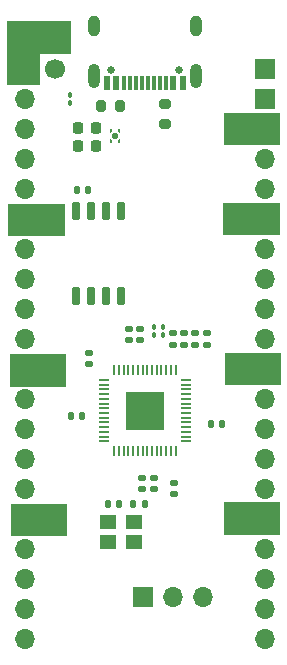
<source format=gbr>
%TF.GenerationSoftware,KiCad,Pcbnew,8.0.3*%
%TF.CreationDate,2024-07-23T22:42:35-04:00*%
%TF.ProjectId,RP2040 Custom,52503230-3430-4204-9375-73746f6d2e6b,rev?*%
%TF.SameCoordinates,Original*%
%TF.FileFunction,Soldermask,Top*%
%TF.FilePolarity,Negative*%
%FSLAX46Y46*%
G04 Gerber Fmt 4.6, Leading zero omitted, Abs format (unit mm)*
G04 Created by KiCad (PCBNEW 8.0.3) date 2024-07-23 22:42:35*
%MOMM*%
%LPD*%
G01*
G04 APERTURE LIST*
G04 Aperture macros list*
%AMRoundRect*
0 Rectangle with rounded corners*
0 $1 Rounding radius*
0 $2 $3 $4 $5 $6 $7 $8 $9 X,Y pos of 4 corners*
0 Add a 4 corners polygon primitive as box body*
4,1,4,$2,$3,$4,$5,$6,$7,$8,$9,$2,$3,0*
0 Add four circle primitives for the rounded corners*
1,1,$1+$1,$2,$3*
1,1,$1+$1,$4,$5*
1,1,$1+$1,$6,$7*
1,1,$1+$1,$8,$9*
0 Add four rect primitives between the rounded corners*
20,1,$1+$1,$2,$3,$4,$5,0*
20,1,$1+$1,$4,$5,$6,$7,0*
20,1,$1+$1,$6,$7,$8,$9,0*
20,1,$1+$1,$8,$9,$2,$3,0*%
%AMFreePoly0*
4,1,6,0.180000,0.075000,0.000000,-0.105000,-0.180000,-0.105000,-0.180000,0.105000,0.180000,0.105000,0.180000,0.075000,0.180000,0.075000,$1*%
%AMFreePoly1*
4,1,6,0.180000,-0.075000,0.180000,-0.105000,-0.180000,-0.105000,-0.180000,0.105000,0.000000,0.105000,0.180000,-0.075000,0.180000,-0.075000,$1*%
%AMFreePoly2*
4,1,6,0.180000,-0.105000,0.000000,-0.105000,-0.180000,0.075000,-0.180000,0.105000,0.180000,0.105000,0.180000,-0.105000,0.180000,-0.105000,$1*%
%AMFreePoly3*
4,1,6,0.180000,-0.105000,-0.180000,-0.105000,-0.180000,-0.075000,0.000000,0.105000,0.180000,0.105000,0.180000,-0.105000,0.180000,-0.105000,$1*%
G04 Aperture macros list end*
%ADD10C,0.100000*%
%ADD11RoundRect,0.140000X-0.170000X0.140000X-0.170000X-0.140000X0.170000X-0.140000X0.170000X0.140000X0*%
%ADD12R,1.700000X1.700000*%
%ADD13C,1.700000*%
%ADD14RoundRect,0.140000X0.170000X-0.140000X0.170000X0.140000X-0.170000X0.140000X-0.170000X-0.140000X0*%
%ADD15RoundRect,0.140000X-0.140000X-0.170000X0.140000X-0.170000X0.140000X0.170000X-0.140000X0.170000X0*%
%ADD16O,1.700000X1.700000*%
%ADD17RoundRect,0.140000X0.140000X0.170000X-0.140000X0.170000X-0.140000X-0.170000X0.140000X-0.170000X0*%
%ADD18R,1.400000X1.200000*%
%ADD19RoundRect,0.050000X-0.387500X-0.050000X0.387500X-0.050000X0.387500X0.050000X-0.387500X0.050000X0*%
%ADD20RoundRect,0.050000X-0.050000X-0.387500X0.050000X-0.387500X0.050000X0.387500X-0.050000X0.387500X0*%
%ADD21R,3.200000X3.200000*%
%ADD22RoundRect,0.100000X-0.100000X0.130000X-0.100000X-0.130000X0.100000X-0.130000X0.100000X0.130000X0*%
%ADD23RoundRect,0.225000X-0.225000X-0.250000X0.225000X-0.250000X0.225000X0.250000X-0.225000X0.250000X0*%
%ADD24RoundRect,0.200000X0.200000X0.275000X-0.200000X0.275000X-0.200000X-0.275000X0.200000X-0.275000X0*%
%ADD25FreePoly0,90.000000*%
%ADD26FreePoly1,90.000000*%
%ADD27FreePoly2,90.000000*%
%ADD28FreePoly3,90.000000*%
%ADD29RoundRect,0.120000X0.169706X0.000000X0.000000X0.169706X-0.169706X0.000000X0.000000X-0.169706X0*%
%ADD30RoundRect,0.150000X0.150000X-0.650000X0.150000X0.650000X-0.150000X0.650000X-0.150000X-0.650000X0*%
%ADD31C,0.650000*%
%ADD32R,0.600000X1.240000*%
%ADD33R,0.300000X1.240000*%
%ADD34O,1.000000X2.100000*%
%ADD35O,1.000000X1.800000*%
%ADD36RoundRect,0.200000X-0.275000X0.200000X-0.275000X-0.200000X0.275000X-0.200000X0.275000X0.200000X0*%
G04 APERTURE END LIST*
D10*
X128066800Y-44881800D02*
X130708400Y-44881800D01*
X130708400Y-49555400D01*
X128066800Y-49555400D01*
X128066800Y-44881800D01*
G36*
X128066800Y-44881800D02*
G01*
X130708400Y-44881800D01*
X130708400Y-49555400D01*
X128066800Y-49555400D01*
X128066800Y-44881800D01*
G37*
X128270000Y-72415400D02*
X132943600Y-72415400D01*
X132943600Y-75057000D01*
X128270000Y-75057000D01*
X128270000Y-72415400D01*
G36*
X128270000Y-72415400D02*
G01*
X132943600Y-72415400D01*
X132943600Y-75057000D01*
X128270000Y-75057000D01*
X128270000Y-72415400D01*
G37*
X146354800Y-59613800D02*
X151028400Y-59613800D01*
X151028400Y-62255400D01*
X146354800Y-62255400D01*
X146354800Y-59613800D01*
G36*
X146354800Y-59613800D02*
G01*
X151028400Y-59613800D01*
X151028400Y-62255400D01*
X146354800Y-62255400D01*
X146354800Y-59613800D01*
G37*
X128066800Y-44221400D02*
X133400800Y-44221400D01*
X133400800Y-46863000D01*
X128066800Y-46863000D01*
X128066800Y-44221400D01*
G36*
X128066800Y-44221400D02*
G01*
X133400800Y-44221400D01*
X133400800Y-46863000D01*
X128066800Y-46863000D01*
X128066800Y-44221400D01*
G37*
X146405600Y-84937600D02*
X151079200Y-84937600D01*
X151079200Y-87579200D01*
X146405600Y-87579200D01*
X146405600Y-84937600D01*
G36*
X146405600Y-84937600D02*
G01*
X151079200Y-84937600D01*
X151079200Y-87579200D01*
X146405600Y-87579200D01*
X146405600Y-84937600D01*
G37*
X146380200Y-51943000D02*
X151053800Y-51943000D01*
X151053800Y-54584600D01*
X146380200Y-54584600D01*
X146380200Y-51943000D01*
G36*
X146380200Y-51943000D02*
G01*
X151053800Y-51943000D01*
X151053800Y-54584600D01*
X146380200Y-54584600D01*
X146380200Y-51943000D01*
G37*
X128143000Y-59690000D02*
X132816600Y-59690000D01*
X132816600Y-62331600D01*
X128143000Y-62331600D01*
X128143000Y-59690000D01*
G36*
X128143000Y-59690000D02*
G01*
X132816600Y-59690000D01*
X132816600Y-62331600D01*
X128143000Y-62331600D01*
X128143000Y-59690000D01*
G37*
X128371600Y-85039200D02*
X133045200Y-85039200D01*
X133045200Y-87680800D01*
X128371600Y-87680800D01*
X128371600Y-85039200D01*
G36*
X128371600Y-85039200D02*
G01*
X133045200Y-85039200D01*
X133045200Y-87680800D01*
X128371600Y-87680800D01*
X128371600Y-85039200D01*
G37*
X146481800Y-72263000D02*
X151155400Y-72263000D01*
X151155400Y-74904600D01*
X146481800Y-74904600D01*
X146481800Y-72263000D01*
G36*
X146481800Y-72263000D02*
G01*
X151155400Y-72263000D01*
X151155400Y-74904600D01*
X146481800Y-74904600D01*
X146481800Y-72263000D01*
G37*
D11*
%TO.C,C5*%
X139471400Y-82857400D03*
X139471400Y-83817400D03*
%TD*%
D12*
%TO.C,J4*%
X132080000Y-45720000D03*
D13*
X132080000Y-48260000D03*
%TD*%
D14*
%TO.C,C3*%
X139319000Y-71216400D03*
X139319000Y-70256400D03*
%TD*%
D15*
%TO.C,C14*%
X138712000Y-85115400D03*
X139672000Y-85115400D03*
%TD*%
D12*
%TO.C,J2*%
X129540000Y-48260000D03*
D16*
X129540000Y-50800000D03*
X129540000Y-53340000D03*
X129540000Y-55880000D03*
X129540000Y-58420000D03*
X129540000Y-60960000D03*
X129540000Y-63500000D03*
X129540000Y-66040000D03*
X129540000Y-68580000D03*
X129540000Y-71120000D03*
X129540000Y-73660000D03*
X129540000Y-76200000D03*
X129540000Y-78740000D03*
X129540000Y-81280000D03*
X129540000Y-83820000D03*
X129540000Y-86360000D03*
X129540000Y-88900000D03*
X129540000Y-91440000D03*
X129540000Y-93980000D03*
X129540000Y-96520000D03*
%TD*%
D11*
%TO.C,C16*%
X144957800Y-70637400D03*
X144957800Y-71597400D03*
%TD*%
D17*
%TO.C,C6*%
X134386200Y-77647800D03*
X133426200Y-77647800D03*
%TD*%
D14*
%TO.C,C12*%
X140436600Y-83817400D03*
X140436600Y-82857400D03*
%TD*%
D12*
%TO.C,J1*%
X149860000Y-48260000D03*
X149860000Y-50800000D03*
D16*
X149860000Y-53340000D03*
X149860000Y-55880000D03*
X149860000Y-58420000D03*
X149860000Y-60960000D03*
X149860000Y-63500000D03*
X149860000Y-66040000D03*
X149860000Y-68580000D03*
X149860000Y-71120000D03*
X149860000Y-73660000D03*
X149860000Y-76200000D03*
X149860000Y-78740000D03*
X149860000Y-81280000D03*
X149860000Y-83820000D03*
X149860000Y-86360000D03*
X149860000Y-88900000D03*
X149860000Y-91440000D03*
X149860000Y-93980000D03*
X149860000Y-96520000D03*
%TD*%
D11*
%TO.C,C9*%
X138379200Y-70256400D03*
X138379200Y-71216400D03*
%TD*%
D18*
%TO.C,Y1*%
X138811900Y-86593700D03*
X136611900Y-86593700D03*
X136611900Y-88293700D03*
X138811900Y-88293700D03*
%TD*%
D17*
%TO.C,C8*%
X134874000Y-58496200D03*
X133914000Y-58496200D03*
%TD*%
D11*
%TO.C,C17*%
X143967200Y-70617200D03*
X143967200Y-71577200D03*
%TD*%
%TO.C,C15*%
X135001000Y-72288400D03*
X135001000Y-73248400D03*
%TD*%
D19*
%TO.C,U1*%
X136271900Y-74573700D03*
X136271900Y-74973700D03*
X136271900Y-75373700D03*
X136271900Y-75773700D03*
X136271900Y-76173700D03*
X136271900Y-76573700D03*
X136271900Y-76973700D03*
X136271900Y-77373700D03*
X136271900Y-77773700D03*
X136271900Y-78173700D03*
X136271900Y-78573700D03*
X136271900Y-78973700D03*
X136271900Y-79373700D03*
X136271900Y-79773700D03*
D20*
X137109400Y-80611200D03*
X137509400Y-80611200D03*
X137909400Y-80611200D03*
X138309400Y-80611200D03*
X138709400Y-80611200D03*
X139109400Y-80611200D03*
X139509400Y-80611200D03*
X139909400Y-80611200D03*
X140309400Y-80611200D03*
X140709400Y-80611200D03*
X141109400Y-80611200D03*
X141509400Y-80611200D03*
X141909400Y-80611200D03*
X142309400Y-80611200D03*
D19*
X143146900Y-79773700D03*
X143146900Y-79373700D03*
X143146900Y-78973700D03*
X143146900Y-78573700D03*
X143146900Y-78173700D03*
X143146900Y-77773700D03*
X143146900Y-77373700D03*
X143146900Y-76973700D03*
X143146900Y-76573700D03*
X143146900Y-76173700D03*
X143146900Y-75773700D03*
X143146900Y-75373700D03*
X143146900Y-74973700D03*
X143146900Y-74573700D03*
D20*
X142309400Y-73736200D03*
X141909400Y-73736200D03*
X141509400Y-73736200D03*
X141109400Y-73736200D03*
X140709400Y-73736200D03*
X140309400Y-73736200D03*
X139909400Y-73736200D03*
X139509400Y-73736200D03*
X139109400Y-73736200D03*
X138709400Y-73736200D03*
X138309400Y-73736200D03*
X137909400Y-73736200D03*
X137509400Y-73736200D03*
X137109400Y-73736200D03*
D21*
X139709400Y-77173700D03*
%TD*%
D22*
%TO.C,R5*%
X133375400Y-50469400D03*
X133375400Y-51109400D03*
%TD*%
%TO.C,R1*%
X140462000Y-70124800D03*
X140462000Y-70764800D03*
%TD*%
D14*
%TO.C,C11*%
X143002000Y-71597400D03*
X143002000Y-70637400D03*
%TD*%
D23*
%TO.C,C2*%
X134035200Y-54737000D03*
X135585200Y-54737000D03*
%TD*%
D17*
%TO.C,C13*%
X137535800Y-85115400D03*
X136575800Y-85115400D03*
%TD*%
D24*
%TO.C,R3*%
X137617200Y-51358800D03*
X135967200Y-51358800D03*
%TD*%
D23*
%TO.C,C1*%
X134048200Y-53213000D03*
X135598200Y-53213000D03*
%TD*%
D14*
%TO.C,C7*%
X142189200Y-84274600D03*
X142189200Y-83314600D03*
%TD*%
D25*
%TO.C,U3*%
X136855200Y-54327000D03*
D26*
X137505200Y-54327000D03*
D27*
X136855200Y-53467000D03*
D28*
X137505200Y-53467000D03*
D29*
X137180200Y-53897000D03*
%TD*%
D12*
%TO.C,J5*%
X139522200Y-92964000D03*
D16*
X142062200Y-92964000D03*
X144602200Y-92964000D03*
%TD*%
D30*
%TO.C,U2*%
X133832600Y-67481000D03*
X135102600Y-67481000D03*
X136372600Y-67481000D03*
X137642600Y-67481000D03*
X137642600Y-60281000D03*
X136372600Y-60281000D03*
X135102600Y-60281000D03*
X133832600Y-60281000D03*
%TD*%
D31*
%TO.C,USB1*%
X142590000Y-48325000D03*
X136810000Y-48325000D03*
D32*
X142900000Y-49445000D03*
X142100000Y-49445000D03*
D33*
X140950000Y-49445000D03*
X139950000Y-49445000D03*
X139450000Y-49445000D03*
X138450000Y-49445000D03*
D32*
X137300000Y-49445000D03*
X136500000Y-49445000D03*
X136500000Y-49445000D03*
X137300000Y-49445000D03*
D33*
X137950000Y-49445000D03*
X138950000Y-49445000D03*
X140450000Y-49445000D03*
X141450000Y-49445000D03*
D32*
X142100000Y-49445000D03*
X142900000Y-49445000D03*
D34*
X144020000Y-48845000D03*
D35*
X144020000Y-44645000D03*
D34*
X135380000Y-48845000D03*
D35*
X135380000Y-44645000D03*
%TD*%
D15*
%TO.C,C4*%
X145265200Y-78333600D03*
X146225200Y-78333600D03*
%TD*%
D11*
%TO.C,C10*%
X142062200Y-70617200D03*
X142062200Y-71577200D03*
%TD*%
D22*
%TO.C,R2*%
X141198600Y-70124800D03*
X141198600Y-70764800D03*
%TD*%
D36*
%TO.C,R4*%
X141401800Y-51245000D03*
X141401800Y-52895000D03*
%TD*%
M02*

</source>
